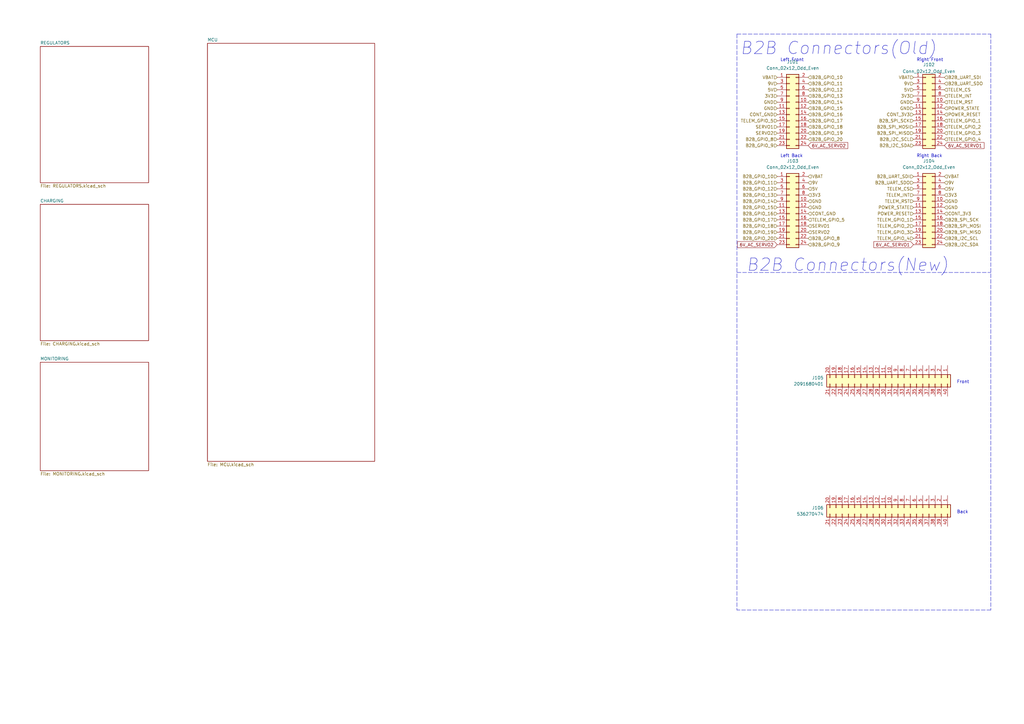
<source format=kicad_sch>
(kicad_sch (version 20211123) (generator eeschema)
  (paper "A3")
  (title_block (title "TARS Power Management Board") (date "2022-09-06") (rev "3.1"))
  (lib_symbols
    (symbol "Connector_Generic:Conn_02x12_Odd_Even" (pin_names (offset 1.016) hide)
      (property "Reference" "J" (at 1.27 15.24 0))
      (property "Value" "Conn_02x12_Odd_Even" (at 1.27 -17.78 0))
      (symbol "Conn_02x12_Odd_Even_1_1"
        (rectangle (start -1.27 -15.113) (end 0 -15.367) (stroke (width 0.1524)))
        (rectangle (start -1.27 -12.573) (end 0 -12.827) (stroke (width 0.1524)))
        (rectangle (start -1.27 -10.033) (end 0 -10.287) (stroke (width 0.1524)))
        (rectangle (start -1.27 -7.493) (end 0 -7.747) (stroke (width 0.1524)))
        (rectangle (start -1.27 -4.953) (end 0 -5.207) (stroke (width 0.1524)))
        (rectangle (start -1.27 -2.413) (end 0 -2.667) (stroke (width 0.1524)))
        (rectangle (start -1.27 0.127) (end 0 -0.127) (stroke (width 0.1524)))
        (rectangle (start -1.27 2.667) (end 0 2.413) (stroke (width 0.1524)))
        (rectangle (start -1.27 5.207) (end 0 4.953) (stroke (width 0.1524)))
        (rectangle (start -1.27 7.747) (end 0 7.493) (stroke (width 0.1524)))
        (rectangle (start -1.27 10.287) (end 0 10.033) (stroke (width 0.1524)))
        (rectangle (start -1.27 12.827) (end 0 12.573) (stroke (width 0.1524)))
        (rectangle (start -1.27 13.97) (end 3.81 -16.51) (stroke (width 0.254)) (fill (type background)))
        (rectangle (start 3.81 -15.113) (end 2.54 -15.367) (stroke (width 0.1524)))
        (rectangle (start 3.81 -12.573) (end 2.54 -12.827) (stroke (width 0.1524)))
        (rectangle (start 3.81 -10.033) (end 2.54 -10.287) (stroke (width 0.1524)))
        (rectangle (start 3.81 -7.493) (end 2.54 -7.747) (stroke (width 0.1524)))
        (rectangle (start 3.81 -4.953) (end 2.54 -5.207) (stroke (width 0.1524)))
        (rectangle (start 3.81 -2.413) (end 2.54 -2.667) (stroke (width 0.1524)))
        (rectangle (start 3.81 0.127) (end 2.54 -0.127) (stroke (width 0.1524)))
        (rectangle (start 3.81 2.667) (end 2.54 2.413) (stroke (width 0.1524)))
        (rectangle (start 3.81 5.207) (end 2.54 4.953) (stroke (width 0.1524)))
        (rectangle (start 3.81 7.747) (end 2.54 7.493) (stroke (width 0.1524)))
        (rectangle (start 3.81 10.287) (end 2.54 10.033) (stroke (width 0.1524)))
        (rectangle (start 3.81 12.827) (end 2.54 12.573) (stroke (width 0.1524)))
        (pin passive line (at -5.08 12.7 0) (length 3.81) (name "Pin_1") (number "1"))
        (pin passive line (at 7.62 2.54 180) (length 3.81) (name "Pin_10") (number "10"))
        (pin passive line (at -5.08 0 0) (length 3.81) (name "Pin_11") (number "11"))
        (pin passive line (at 7.62 0 180) (length 3.81) (name "Pin_12") (number "12"))
        (pin passive line (at -5.08 -2.54 0) (length 3.81) (name "Pin_13") (number "13"))
        (pin passive line (at 7.62 -2.54 180) (length 3.81) (name "Pin_14") (number "14"))
        (pin passive line (at -5.08 -5.08 0) (length 3.81) (name "Pin_15") (number "15"))
        (pin passive line (at 7.62 -5.08 180) (length 3.81) (name "Pin_16") (number "16"))
        (pin passive line (at -5.08 -7.62 0) (length 3.81) (name "Pin_17") (number "17"))
        (pin passive line (at 7.62 -7.62 180) (length 3.81) (name "Pin_18") (number "18"))
        (pin passive line (at -5.08 -10.16 0) (length 3.81) (name "Pin_19") (number "19"))
        (pin passive line (at 7.62 12.7 180) (length 3.81) (name "Pin_2") (number "2"))
        (pin passive line (at 7.62 -10.16 180) (length 3.81) (name "Pin_20") (number "20"))
        (pin passive line (at -5.08 -12.7 0) (length 3.81) (name "Pin_21") (number "21"))
        (pin passive line (at 7.62 -12.7 180) (length 3.81) (name "Pin_22") (number "22"))
        (pin passive line (at -5.08 -15.24 0) (length 3.81) (name "Pin_23") (number "23"))
        (pin passive line (at 7.62 -15.24 180) (length 3.81) (name "Pin_24") (number "24"))
        (pin passive line (at -5.08 10.16 0) (length 3.81) (name "Pin_3") (number "3"))
        (pin passive line (at 7.62 10.16 180) (length 3.81) (name "Pin_4") (number "4"))
        (pin passive line (at -5.08 7.62 0) (length 3.81) (name "Pin_5") (number "5"))
        (pin passive line (at 7.62 7.62 180) (length 3.81) (name "Pin_6") (number "6"))
        (pin passive line (at -5.08 5.08 0) (length 3.81) (name "Pin_7") (number "7"))
        (pin passive line (at 7.62 5.08 180) (length 3.81) (name "Pin_8") (number "8"))
        (pin passive line (at -5.08 2.54 0) (length 3.81) (name "Pin_9") (number "9"))
      )
    )
    (symbol "Connector_Generic:Conn_02x20_Counter_Clockwise" (pin_names (offset 1.016) hide)
      (property "Reference" "J" (at 1.27 25.4 0))
      (property "Value" "Conn_02x20_Counter_Clockwise" (at 1.27 -27.94 0))
      (symbol "Conn_02x20_Counter_Clockwise_1_1"
        (rectangle (start -1.27 -25.273) (end 0 -25.527) (stroke (width 0.1524)))
        (rectangle (start -1.27 -22.733) (end 0 -22.987) (stroke (width 0.1524)))
        (rectangle (start -1.27 -20.193) (end 0 -20.447) (stroke (width 0.1524)))
        (rectangle (start -1.27 -17.653) (end 0 -17.907) (stroke (width 0.1524)))
        (rectangle (start -1.27 -15.113) (end 0 -15.367) (stroke (width 0.1524)))
        (rectangle (start -1.27 -12.573) (end 0 -12.827) (stroke (width 0.1524)))
        (rectangle (start -1.27 -10.033) (end 0 -10.287) (stroke (width 0.1524)))
        (rectangle (start -1.27 -7.493) (end 0 -7.747) (stroke (width 0.1524)))
        (rectangle (start -1.27 -4.953) (end 0 -5.207) (stroke (width 0.1524)))
        (rectangle (start -1.27 -2.413) (end 0 -2.667) (stroke (width 0.1524)))
        (rectangle (start -1.27 0.127) (end 0 -0.127) (stroke (width 0.1524)))
        (rectangle (start -1.27 2.667) (end 0 2.413) (stroke (width 0.1524)))
        (rectangle (start -1.27 5.207) (end 0 4.953) (stroke (width 0.1524)))
        (rectangle (start -1.27 7.747) (end 0 7.493) (stroke (width 0.1524)))
        (rectangle (start -1.27 10.287) (end 0 10.033) (stroke (width 0.1524)))
        (rectangle (start -1.27 12.827) (end 0 12.573) (stroke (width 0.1524)))
        (rectangle (start -1.27 15.367) (end 0 15.113) (stroke (width 0.1524)))
        (rectangle (start -1.27 17.907) (end 0 17.653) (stroke (width 0.1524)))
        (rectangle (start -1.27 20.447) (end 0 20.193) (stroke (width 0.1524)))
        (rectangle (start -1.27 22.987) (end 0 22.733) (stroke (width 0.1524)))
        (rectangle (start -1.27 24.13) (end 3.81 -26.67) (stroke (width 0.254)) (fill (type background)))
        (rectangle (start 3.81 -25.273) (end 2.54 -25.527) (stroke (width 0.1524)))
        (rectangle (start 3.81 -22.733) (end 2.54 -22.987) (stroke (width 0.1524)))
        (rectangle (start 3.81 -20.193) (end 2.54 -20.447) (stroke (width 0.1524)))
        (rectangle (start 3.81 -17.653) (end 2.54 -17.907) (stroke (width 0.1524)))
        (rectangle (start 3.81 -15.113) (end 2.54 -15.367) (stroke (width 0.1524)))
        (rectangle (start 3.81 -12.573) (end 2.54 -12.827) (stroke (width 0.1524)))
        (rectangle (start 3.81 -10.033) (end 2.54 -10.287) (stroke (width 0.1524)))
        (rectangle (start 3.81 -7.493) (end 2.54 -7.747) (stroke (width 0.1524)))
        (rectangle (start 3.81 -4.953) (end 2.54 -5.207) (stroke (width 0.1524)))
        (rectangle (start 3.81 -2.413) (end 2.54 -2.667) (stroke (width 0.1524)))
        (rectangle (start 3.81 0.127) (end 2.54 -0.127) (stroke (width 0.1524)))
        (rectangle (start 3.81 2.667) (end 2.54 2.413) (stroke (width 0.1524)))
        (rectangle (start 3.81 5.207) (end 2.54 4.953) (stroke (width 0.1524)))
        (rectangle (start 3.81 7.747) (end 2.54 7.493) (stroke (width 0.1524)))
        (rectangle (start 3.81 10.287) (end 2.54 10.033) (stroke (width 0.1524)))
        (rectangle (start 3.81 12.827) (end 2.54 12.573) (stroke (width 0.1524)))
        (rectangle (start 3.81 15.367) (end 2.54 15.113) (stroke (width 0.1524)))
        (rectangle (start 3.81 17.907) (end 2.54 17.653) (stroke (width 0.1524)))
        (rectangle (start 3.81 20.447) (end 2.54 20.193) (stroke (width 0.1524)))
        (rectangle (start 3.81 22.987) (end 2.54 22.733) (stroke (width 0.1524)))
        (pin passive line (at -5.08 22.86 0) (length 3.81) (name "Pin_1") (number "1"))
        (pin passive line (at -5.08 0 0) (length 3.81) (name "Pin_10") (number "10"))
        (pin passive line (at -5.08 -2.54 0) (length 3.81) (name "Pin_11") (number "11"))
        (pin passive line (at -5.08 -5.08 0) (length 3.81) (name "Pin_12") (number "12"))
        (pin passive line (at -5.08 -7.62 0) (length 3.81) (name "Pin_13") (number "13"))
        (pin passive line (at -5.08 -10.16 0) (length 3.81) (name "Pin_14") (number "14"))
        (pin passive line (at -5.08 -12.7 0) (length 3.81) (name "Pin_15") (number "15"))
        (pin passive line (at -5.08 -15.24 0) (length 3.81) (name "Pin_16") (number "16"))
        (pin passive line (at -5.08 -17.78 0) (length 3.81) (name "Pin_17") (number "17"))
        (pin passive line (at -5.08 -20.32 0) (length 3.81) (name "Pin_18") (number "18"))
        (pin passive line (at -5.08 -22.86 0) (length 3.81) (name "Pin_19") (number "19"))
        (pin passive line (at -5.08 20.32 0) (length 3.81) (name "Pin_2") (number "2"))
        (pin passive line (at -5.08 -25.4 0) (length 3.81) (name "Pin_20") (number "20"))
        (pin passive line (at 7.62 -25.4 180) (length 3.81) (name "Pin_21") (number "21"))
        (pin passive line (at 7.62 -22.86 180) (length 3.81) (name "Pin_22") (number "22"))
        (pin passive line (at 7.62 -20.32 180) (length 3.81) (name "Pin_23") (number "23"))
        (pin passive line (at 7.62 -17.78 180) (length 3.81) (name "Pin_24") (number "24"))
        (pin passive line (at 7.62 -15.24 180) (length 3.81) (name "Pin_25") (number "25"))
        (pin passive line (at 7.62 -12.7 180) (length 3.81) (name "Pin_26") (number "26"))
        (pin passive line (at 7.62 -10.16 180) (length 3.81) (name "Pin_27") (number "27"))
        (pin passive line (at 7.62 -7.62 180) (length 3.81) (name "Pin_28") (number "28"))
        (pin passive line (at 7.62 -5.08 180) (length 3.81) (name "Pin_29") (number "29"))
        (pin passive line (at -5.08 17.78 0) (length 3.81) (name "Pin_3") (number "3"))
        (pin passive line (at 7.62 -2.54 180) (length 3.81) (name "Pin_30") (number "30"))
        (pin passive line (at 7.62 0 180) (length 3.81) (name "Pin_31") (number "31"))
        (pin passive line (at 7.62 2.54 180) (length 3.81) (name "Pin_32") (number "32"))
        (pin passive line (at 7.62 5.08 180) (length 3.81) (name "Pin_33") (number "33"))
        (pin passive line (at 7.62 7.62 180) (length 3.81) (name "Pin_34") (number "34"))
        (pin passive line (at 7.62 10.16 180) (length 3.81) (name "Pin_35") (number "35"))
        (pin passive line (at 7.62 12.7 180) (length 3.81) (name "Pin_36") (number "36"))
        (pin passive line (at 7.62 15.24 180) (length 3.81) (name "Pin_37") (number "37"))
        (pin passive line (at 7.62 17.78 180) (length 3.81) (name "Pin_38") (number "38"))
        (pin passive line (at 7.62 20.32 180) (length 3.81) (name "Pin_39") (number "39"))
        (pin passive line (at -5.08 15.24 0) (length 3.81) (name "Pin_4") (number "4"))
        (pin passive line (at 7.62 22.86 180) (length 3.81) (name "Pin_40") (number "40"))
        (pin passive line (at -5.08 12.7 0) (length 3.81) (name "Pin_5") (number "5"))
        (pin passive line (at -5.08 10.16 0) (length 3.81) (name "Pin_6") (number "6"))
        (pin passive line (at -5.08 7.62 0) (length 3.81) (name "Pin_7") (number "7"))
        (pin passive line (at -5.08 5.08 0) (length 3.81) (name "Pin_8") (number "8"))
        (pin passive line (at -5.08 2.54 0) (length 3.81) (name "Pin_9") (number "9"))
      )
    )
  )
  (polyline (pts (xy 302.26 111.76) (xy 406.4 111.76)))
  (polyline (pts (xy 406.4 13.97) (xy 406.4 250.19)))
  (polyline (pts (xy 302.26 13.97) (xy 406.4 13.97)))
  (polyline (pts (xy 406.4 250.19) (xy 302.26 250.19)))
  (polyline (pts (xy 302.26 13.97) (xy 302.26 250.19)))
  (text "Right Front" (at 375.92 25.4 0) (effects (font (size 1.27 1.27)) (justify left bottom)))
  (text "Right Back" (at 375.92 64.77 0) (effects (font (size 1.27 1.27)) (justify left bottom)))
  (text "Left Back" (at 320.04 64.77 0) (effects (font (size 1.27 1.27)) (justify left bottom)))
  (text "B2B Connectors(New)" (at 306.07 111.76 0) (effects (font (size 5.08 5.08) italic) (justify left bottom)))
  (text "Left Front" (at 320.04 25.4 0) (effects (font (size 1.27 1.27)) (justify left bottom)))
  (text "Front\n" (at 392.43 157.48 0) (effects (font (size 1.27 1.27)) (justify left bottom)))
  (text "Back" (at 392.43 210.82 0) (effects (font (size 1.27 1.27)) (justify left bottom)))
  (text "B2B Connectors(Old)" (at 303.53 22.86 0) (effects (font (size 5.08 5.08) italic) (justify left bottom)))
  (global_label "6V_AC_SERVO1" (shape input) (at 387.35 59.69 0) (property "Intersheet References" "${INTERSHEET_REFS}" (effects hide)))
  (global_label "6V_AC_SERVO2" (shape input) (at 318.77 100.33 180) (property "Intersheet References" "${INTERSHEET_REFS}" (effects hide)))
  (global_label "6V_AC_SERVO2" (shape input) (at 331.47 59.69 0) (property "Intersheet References" "${INTERSHEET_REFS}" (effects hide)))
  (global_label "6V_AC_SERVO1" (shape input) (at 374.65 100.33 180) (property "Intersheet References" "${INTERSHEET_REFS}" (effects hide)))
  (hierarchical_label "9V" (shape input) (at 318.77 34.29 180))
  (hierarchical_label "5V" (shape input) (at 331.47 77.47 0))
  (hierarchical_label "B2B_SPI_MISO" (shape input) (at 374.65 54.61 180))
  (hierarchical_label "9V" (shape input) (at 387.35 74.93 0))
  (hierarchical_label "TELEM_GPIO_2" (shape input) (at 374.65 92.71 180))
  (hierarchical_label "B2B_GPIO_10" (shape input) (at 331.47 31.75 0))
  (hierarchical_label "TELEM_GPIO_3" (shape input) (at 387.35 54.61 0))
  (hierarchical_label "TELEM_INT" (shape input) (at 374.65 80.01 180))
  (hierarchical_label "B2B_GPIO_14" (shape input) (at 331.47 41.91 0))
  (hierarchical_label "B2B_GPIO_9" (shape input) (at 331.47 100.33 0))
  (hierarchical_label "B2B_GPIO_10" (shape input) (at 318.77 72.39 180))
  (hierarchical_label "5V" (shape input) (at 318.77 36.83 180))
  (hierarchical_label "B2B_GPIO_20" (shape input) (at 318.77 97.79 180))
  (hierarchical_label "B2B_UART_SDO" (shape input) (at 374.65 74.93 180))
  (hierarchical_label "3V3" (shape input) (at 318.77 39.37 180))
  (hierarchical_label "GND" (shape input) (at 387.35 82.55 0))
  (hierarchical_label "B2B_GPIO_17" (shape input) (at 331.47 49.53 0))
  (hierarchical_label "TELEM_GPIO_3" (shape input) (at 374.65 95.25 180))
  (hierarchical_label "CONT_3V3" (shape input) (at 374.65 46.99 180))
  (hierarchical_label "TELEM_GPIO_2" (shape input) (at 387.35 52.07 0))
  (hierarchical_label "SERVO1" (shape input) (at 318.77 52.07 180))
  (hierarchical_label "B2B_UART_SDI" (shape input) (at 387.35 31.75 0))
  (hierarchical_label "TELEM_GPIO_5" (shape input) (at 318.77 49.53 180))
  (hierarchical_label "B2B_GPIO_8" (shape input) (at 318.77 57.15 180))
  (hierarchical_label "3V3" (shape input) (at 387.35 80.01 0))
  (hierarchical_label "B2B_GPIO_8" (shape input) (at 331.47 97.79 0))
  (hierarchical_label "9V" (shape input) (at 374.65 34.29 180))
  (hierarchical_label "5V" (shape input) (at 387.35 77.47 0))
  (hierarchical_label "VBAT" (shape input) (at 374.65 31.75 180))
  (hierarchical_label "GND" (shape input) (at 374.65 44.45 180))
  (hierarchical_label "B2B_SPI_MOSI" (shape input) (at 374.65 52.07 180))
  (hierarchical_label "B2B_GPIO_12" (shape input) (at 318.77 77.47 180))
  (hierarchical_label "B2B_GPIO_18" (shape input) (at 318.77 92.71 180))
  (hierarchical_label "B2B_SPI_SCK" (shape input) (at 374.65 49.53 180))
  (hierarchical_label "VBAT" (shape input) (at 331.47 72.39 0))
  (hierarchical_label "B2B_GPIO_15" (shape input) (at 331.47 44.45 0))
  (hierarchical_label "3V3" (shape input) (at 331.47 80.01 0))
  (hierarchical_label "B2B_GPIO_13" (shape input) (at 331.47 39.37 0))
  (hierarchical_label "POWER_RESET" (shape input) (at 374.65 87.63 180))
  (hierarchical_label "9V" (shape input) (at 331.47 74.93 0))
  (hierarchical_label "B2B_GPIO_13" (shape input) (at 318.77 80.01 180))
  (hierarchical_label "POWER_STATE" (shape input) (at 387.35 44.45 0))
  (hierarchical_label "B2B_UART_SDO" (shape input) (at 387.35 34.29 0))
  (hierarchical_label "TELEM_GPIO_1" (shape input) (at 374.65 90.17 180))
  (hierarchical_label "B2B_GPIO_11" (shape input) (at 331.47 34.29 0))
  (hierarchical_label "VBAT" (shape input) (at 387.35 72.39 0))
  (hierarchical_label "TELEM_INT" (shape input) (at 387.35 39.37 0))
  (hierarchical_label "TELEM_CS" (shape input) (at 374.65 77.47 180))
  (hierarchical_label "GND" (shape input) (at 318.77 41.91 180))
  (hierarchical_label "TELEM_RST" (shape input) (at 374.65 82.55 180))
  (hierarchical_label "TELEM_RST" (shape input) (at 387.35 41.91 0))
  (hierarchical_label "B2B_GPIO_18" (shape input) (at 331.47 52.07 0))
  (hierarchical_label "B2B_UART_SDI" (shape input) (at 374.65 72.39 180))
  (hierarchical_label "SERVO1" (shape input) (at 331.47 92.71 0))
  (hierarchical_label "TELEM_GPIO_4" (shape input) (at 374.65 97.79 180))
  (hierarchical_label "POWER_RESET" (shape input) (at 387.35 46.99 0))
  (hierarchical_label "B2B_GPIO_16" (shape input) (at 331.47 46.99 0))
  (hierarchical_label "B2B_GPIO_19" (shape input) (at 318.77 95.25 180))
  (hierarchical_label "B2B_I2C_SCL" (shape input) (at 374.65 57.15 180))
  (hierarchical_label "B2B_GPIO_12" (shape input) (at 331.47 36.83 0))
  (hierarchical_label "B2B_GPIO_19" (shape input) (at 331.47 54.61 0))
  (hierarchical_label "B2B_SPI_MISO" (shape input) (at 387.35 95.25 0))
  (hierarchical_label "GND" (shape input) (at 331.47 82.55 0))
  (hierarchical_label "B2B_I2C_SCL" (shape input) (at 387.35 97.79 0))
  (hierarchical_label "CONT_GND" (shape input) (at 318.77 46.99 180))
  (hierarchical_label "B2B_GPIO_11" (shape input) (at 318.77 74.93 180))
  (hierarchical_label "TELEM_CS" (shape input) (at 387.35 36.83 0))
  (hierarchical_label "B2B_I2C_SDA" (shape input) (at 387.35 100.33 0))
  (hierarchical_label "SERVO2" (shape input) (at 318.77 54.61 180))
  (hierarchical_label "GND" (shape input) (at 318.77 44.45 180))
  (hierarchical_label "GND" (shape input) (at 331.47 85.09 0))
  (hierarchical_label "B2B_GPIO_20" (shape input) (at 331.47 57.15 0))
  (hierarchical_label "B2B_GPIO_15" (shape input) (at 318.77 85.09 180))
  (hierarchical_label "B2B_SPI_MOSI" (shape input) (at 387.35 92.71 0))
  (hierarchical_label "GND" (shape input) (at 387.35 85.09 0))
  (hierarchical_label "TELEM_GPIO_5" (shape input) (at 331.47 90.17 0))
  (hierarchical_label "POWER_STATE" (shape input) (at 374.65 85.09 180))
  (hierarchical_label "B2B_I2C_SDA" (shape input) (at 374.65 59.69 180))
  (hierarchical_label "B2B_GPIO_9" (shape input) (at 318.77 59.69 180))
  (hierarchical_label "TELEM_GPIO_4" (shape input) (at 387.35 57.15 0))
  (hierarchical_label "CONT_GND" (shape input) (at 331.47 87.63 0))
  (hierarchical_label "B2B_GPIO_16" (shape input) (at 318.77 87.63 180))
  (hierarchical_label "B2B_SPI_SCK" (shape input) (at 387.35 90.17 0))
  (hierarchical_label "3V3" (shape input) (at 374.65 39.37 180))
  (hierarchical_label "SERVO2" (shape input) (at 331.47 95.25 0))
  (hierarchical_label "5V" (shape input) (at 374.65 36.83 180))
  (hierarchical_label "VBAT" (shape input) (at 318.77 31.75 180))
  (hierarchical_label "CONT_3V3" (shape input) (at 387.35 87.63 0))
  (hierarchical_label "B2B_GPIO_14" (shape input) (at 318.77 82.55 180))
  (hierarchical_label "TELEM_GPIO_1" (shape input) (at 387.35 49.53 0))
  (hierarchical_label "B2B_GPIO_17" (shape input) (at 318.77 90.17 180))
  (hierarchical_label "GND" (shape input) (at 374.65 41.91 180))
  (symbol (lib_id "Connector_Generic:Conn_02x12_Odd_Even") (at 379.73 85.09 0) (unit 1)
    (property "Reference" "J104" (at 381 66.04 0))
    (property "Value" "Conn_02x12_Odd_Even" (at 381 68.58 0))
    (property "Footprint" "Connector_PinHeader_2.54mm:PinHeader_2x12_P2.54mm_Vertical_SMD" (effects hide))
  )
  (symbol (lib_id "Connector_Generic:Conn_02x12_Odd_Even") (at 323.85 85.09 0) (unit 1)
    (property "Reference" "J103" (at 325.12 66.04 0))
    (property "Value" "Conn_02x12_Odd_Even" (at 325.12 68.58 0))
    (property "Footprint" "Connector_PinHeader_2.54mm:PinHeader_2x12_P2.54mm_Vertical_SMD" (effects hide))
  )
  (symbol (lib_id "Connector_Generic:Conn_02x20_Counter_Clockwise") (at 365.76 154.94 270) (unit 1)
    (property "Reference" "J105" (at 337.82 154.9399 90) (effects (justify right)))
    (property "Value" "2091680401" (at 337.82 157.4799 90) (effects (justify right)))
    (property "Footprint" "Connector_ISS:2091680401" (effects hide))
  )
  (symbol (lib_id "Connector_Generic:Conn_02x12_Odd_Even") (at 379.73 44.45 0) (unit 1)
    (property "Reference" "J102" (at 381 26.5135 0))
    (property "Value" "Conn_02x12_Odd_Even" (at 381 29.2886 0))
    (property "Footprint" "Connector_PinHeader_2.54mm:PinHeader_2x12_P2.54mm_Vertical_SMD" (effects hide))
  )
  (symbol (lib_id "Connector_Generic:Conn_02x20_Counter_Clockwise") (at 365.76 208.28 270) (unit 1)
    (property "Reference" "J106" (at 337.82 208.2799 90) (effects (justify right)))
    (property "Value" "536270474" (at 337.82 210.8199 90) (effects (justify right)))
    (property "Footprint" "Connector_ISS:536270474" (effects hide))
  )
  (symbol (lib_id "Connector_Generic:Conn_02x12_Odd_Even") (at 323.85 44.45 0) (unit 1)
    (property "Reference" "J101" (at 325.12 25.4 0))
    (property "Value" "Conn_02x12_Odd_Even" (at 325.12 27.94 0))
    (property "Footprint" "Connector_PinHeader_2.54mm:PinHeader_2x12_P2.54mm_Vertical_SMD" (effects hide))
  )
  (sheet (at 16.51 19.05) (size 44.45 55.88) (stroke (width 0.1524))
    (property "Sheet name" "REGULATORS" (at 16.51 18.3384 0) (effects (justify left bottom)))
    (property "Sheet file" "REGULATORS.kicad_sch" (at 16.51 75.5146 0) (effects (justify left top)))
  )
  (sheet (at 85.09 17.78) (size 68.58 171.45) (stroke (width 0.1524))
    (property "Sheet name" "MCU" (at 85.09 17.0684 0) (effects (justify left bottom)))
    (property "Sheet file" "MCU.kicad_sch" (at 85.09 189.8146 0) (effects (justify left top)))
  )
  (sheet (at 16.51 148.59) (size 44.45 44.45) (stroke (width 0.1524))
    (property "Sheet name" "MONITORING" (at 16.51 147.8784 0) (effects (justify left bottom)))
    (property "Sheet file" "MONITORING.kicad_sch" (at 16.51 193.6246 0) (effects (justify left top)))
  )
  (sheet (at 16.51 83.82) (size 44.45 55.88) (stroke (width 0.1524))
    (property "Sheet name" "CHARGING" (at 16.51 83.1084 0) (effects (justify left bottom)))
    (property "Sheet file" "CHARGING.kicad_sch" (at 16.51 140.2846 0) (effects (justify left top)))
  )
)
</source>
